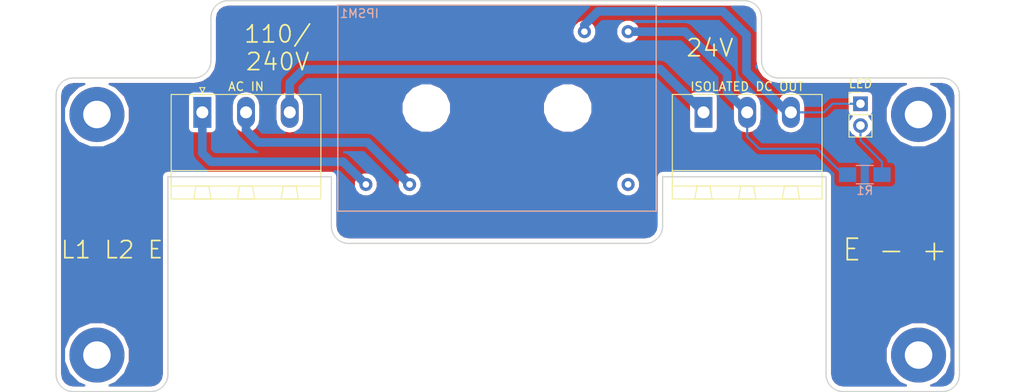
<source format=kicad_pcb>
(kicad_pcb (version 4) (host pcbnew 4.0.7)

  (general
    (links 0)
    (no_connects 0)
    (area 8.407143 14.924999 127.592858 60.575001)
    (thickness 1.6)
    (drawings 36)
    (tracks 34)
    (zones 0)
    (modules 9)
    (nets 1)
  )

  (page A4)
  (layers
    (0 F.Cu signal)
    (31 B.Cu signal)
    (32 B.Adhes user)
    (33 F.Adhes user)
    (34 B.Paste user)
    (35 F.Paste user)
    (36 B.SilkS user)
    (37 F.SilkS user)
    (38 B.Mask user)
    (39 F.Mask user)
    (40 Dwgs.User user)
    (41 Cmts.User user)
    (42 Eco1.User user)
    (43 Eco2.User user)
    (44 Edge.Cuts user)
    (45 Margin user)
    (46 B.CrtYd user)
    (47 F.CrtYd user)
    (48 B.Fab user)
    (49 F.Fab user)
  )

  (setup
    (last_trace_width 1)
    (user_trace_width 1)
    (trace_clearance 0.2)
    (zone_clearance 0.508)
    (zone_45_only no)
    (trace_min 0.2)
    (segment_width 0.2)
    (edge_width 0.15)
    (via_size 0.6)
    (via_drill 0.4)
    (via_min_size 0.4)
    (via_min_drill 0.3)
    (uvia_size 0.3)
    (uvia_drill 0.1)
    (uvias_allowed no)
    (uvia_min_size 0.2)
    (uvia_min_drill 0.1)
    (pcb_text_width 0.3)
    (pcb_text_size 1.5 1.5)
    (mod_edge_width 0.15)
    (mod_text_size 1 1)
    (mod_text_width 0.15)
    (pad_size 2.08 3.6)
    (pad_drill 1.4)
    (pad_to_mask_clearance 0.2)
    (aux_axis_origin 0 0)
    (grid_origin 13 62.5)
    (visible_elements 7FFFFFFF)
    (pcbplotparams
      (layerselection 0x010f0_80000001)
      (usegerberextensions false)
      (excludeedgelayer true)
      (linewidth 0.100000)
      (plotframeref false)
      (viasonmask false)
      (mode 1)
      (useauxorigin false)
      (hpglpennumber 1)
      (hpglpenspeed 20)
      (hpglpendiameter 15)
      (hpglpenoverlay 2)
      (psnegative false)
      (psa4output false)
      (plotreference true)
      (plotvalue true)
      (plotinvisibletext false)
      (padsonsilk false)
      (subtractmaskfromsilk false)
      (outputformat 1)
      (mirror false)
      (drillshape 0)
      (scaleselection 1)
      (outputdirectory GBRs/))
  )

  (net 0 "")

  (net_class Default "This is the default net class."
    (clearance 0.2)
    (trace_width 0.25)
    (via_dia 0.6)
    (via_drill 0.4)
    (uvia_dia 0.3)
    (uvia_drill 0.1)
  )

  (module Connectors_Phoenix:PhoenixContact_MSTBA-G_03x5.08mm_Angled (layer F.Cu) (tedit 5C18109C) (tstamp 5C17D97B)
    (at 90.25 28)
    (descr "Generic Phoenix Contact connector footprint for series: MSTBA-G; number of pins: 03; pin pitch: 5.08mm; Angled || order number: 1757255 12A || order number: 1923872 16A (HC)")
    (tags "phoenix_contact connector MSTBA_01x03_G_5.08mm")
    (fp_text reference "ISOLATED DC OUT" (at 5.08 -3) (layer F.SilkS)
      (effects (font (size 1 1) (thickness 0.15)))
    )
    (fp_text value PhoenixContact_MSTBA-G_03x5.08mm_Angled (at 5.08 11) (layer F.Fab)
      (effects (font (size 1 1) (thickness 0.15)))
    )
    (fp_line (start -3.62 -2.08) (end -3.62 10.08) (layer F.SilkS) (width 0.12))
    (fp_line (start -3.62 10.08) (end 13.78 10.08) (layer F.SilkS) (width 0.12))
    (fp_line (start 13.78 10.08) (end 13.78 -2.08) (layer F.SilkS) (width 0.12))
    (fp_line (start 13.78 -2.08) (end -3.62 -2.08) (layer F.SilkS) (width 0.12))
    (fp_line (start -3.62 8.58) (end -3.62 6.78) (layer F.SilkS) (width 0.12))
    (fp_line (start -3.62 6.78) (end 13.78 6.78) (layer F.SilkS) (width 0.12))
    (fp_line (start 13.78 6.78) (end 13.78 8.58) (layer F.SilkS) (width 0.12))
    (fp_line (start 13.78 8.58) (end -3.62 8.58) (layer F.SilkS) (width 0.12))
    (fp_line (start -1 10.08) (end 1 10.08) (layer F.SilkS) (width 0.12))
    (fp_line (start 1 10.08) (end 0.75 8.58) (layer F.SilkS) (width 0.12))
    (fp_line (start 0.75 8.58) (end -0.75 8.58) (layer F.SilkS) (width 0.12))
    (fp_line (start -0.75 8.58) (end -1 10.08) (layer F.SilkS) (width 0.12))
    (fp_line (start 4.08 10.08) (end 6.08 10.08) (layer F.SilkS) (width 0.12))
    (fp_line (start 6.08 10.08) (end 5.83 8.58) (layer F.SilkS) (width 0.12))
    (fp_line (start 5.83 8.58) (end 4.33 8.58) (layer F.SilkS) (width 0.12))
    (fp_line (start 4.33 8.58) (end 4.08 10.08) (layer F.SilkS) (width 0.12))
    (fp_line (start 9.16 10.08) (end 11.16 10.08) (layer F.SilkS) (width 0.12))
    (fp_line (start 11.16 10.08) (end 10.91 8.58) (layer F.SilkS) (width 0.12))
    (fp_line (start 10.91 8.58) (end 9.41 8.58) (layer F.SilkS) (width 0.12))
    (fp_line (start 9.41 8.58) (end 9.16 10.08) (layer F.SilkS) (width 0.12))
    (fp_line (start -4.04 -2.5) (end -4.04 10.5) (layer F.CrtYd) (width 0.05))
    (fp_line (start -4.04 10.5) (end 14.2 10.5) (layer F.CrtYd) (width 0.05))
    (fp_line (start 14.2 10.5) (end 14.2 -2.5) (layer F.CrtYd) (width 0.05))
    (fp_line (start 14.2 -2.5) (end -4.04 -2.5) (layer F.CrtYd) (width 0.05))
    (fp_line (start 0.95 -2) (end 0 -0.5) (layer F.Fab) (width 0.1))
    (fp_line (start 0 -0.5) (end -0.95 -2) (layer F.Fab) (width 0.1))
    (fp_text user %R (at 5.08 3) (layer F.Fab)
      (effects (font (size 1 1) (thickness 0.15)))
    )
    (pad 1 thru_hole rect (at 0 0) (size 2.08 3.6) (drill 1.4) (layers *.Cu *.Mask))
    (pad 2 thru_hole oval (at 5.08 0) (size 2.08 3.6) (drill 1.4) (layers *.Cu *.Mask))
    (pad 3 thru_hole oval (at 10.16 0) (size 2.08 3.6) (drill 1.4) (layers *.Cu *.Mask))
    (model ${KISYS3DMOD}/Connectors_Phoenix.3dshapes/PhoenixContact_MSTBA-G_03x5.08mm_Angled.wrl
      (at (xyz 0 0 0))
      (scale (xyz 1 1 1))
      (rotate (xyz 0 0 0))
    )
  )

  (module Connectors_Phoenix:PhoenixContact_MSTBA-G_03x5.08mm_Angled (layer F.Cu) (tedit 5C180FDC) (tstamp 5C17D951)
    (at 32 28)
    (descr "Generic Phoenix Contact connector footprint for series: MSTBA-G; number of pins: 03; pin pitch: 5.08mm; Angled || order number: 1757255 12A || order number: 1923872 16A (HC)")
    (tags "phoenix_contact connector MSTBA_01x03_G_5.08mm")
    (fp_text reference "AC IN" (at 5.08 -3) (layer F.SilkS)
      (effects (font (size 1 1) (thickness 0.15)))
    )
    (fp_text value PhoenixContact_MSTBA-G_03x5.08mm_Angled (at 5.08 11) (layer F.Fab)
      (effects (font (size 1 1) (thickness 0.15)))
    )
    (fp_line (start -3.62 -2.08) (end -3.62 10.08) (layer F.SilkS) (width 0.12))
    (fp_line (start -3.62 10.08) (end 13.78 10.08) (layer F.SilkS) (width 0.12))
    (fp_line (start 13.78 10.08) (end 13.78 -2.08) (layer F.SilkS) (width 0.12))
    (fp_line (start 13.78 -2.08) (end -3.62 -2.08) (layer F.SilkS) (width 0.12))
    (fp_line (start -3.62 8.58) (end -3.62 6.78) (layer F.SilkS) (width 0.12))
    (fp_line (start -3.62 6.78) (end 13.78 6.78) (layer F.SilkS) (width 0.12))
    (fp_line (start 13.78 6.78) (end 13.78 8.58) (layer F.SilkS) (width 0.12))
    (fp_line (start 13.78 8.58) (end -3.62 8.58) (layer F.SilkS) (width 0.12))
    (fp_line (start -1 10.08) (end 1 10.08) (layer F.SilkS) (width 0.12))
    (fp_line (start 1 10.08) (end 0.75 8.58) (layer F.SilkS) (width 0.12))
    (fp_line (start 0.75 8.58) (end -0.75 8.58) (layer F.SilkS) (width 0.12))
    (fp_line (start -0.75 8.58) (end -1 10.08) (layer F.SilkS) (width 0.12))
    (fp_line (start 4.08 10.08) (end 6.08 10.08) (layer F.SilkS) (width 0.12))
    (fp_line (start 6.08 10.08) (end 5.83 8.58) (layer F.SilkS) (width 0.12))
    (fp_line (start 5.83 8.58) (end 4.33 8.58) (layer F.SilkS) (width 0.12))
    (fp_line (start 4.33 8.58) (end 4.08 10.08) (layer F.SilkS) (width 0.12))
    (fp_line (start 9.16 10.08) (end 11.16 10.08) (layer F.SilkS) (width 0.12))
    (fp_line (start 11.16 10.08) (end 10.91 8.58) (layer F.SilkS) (width 0.12))
    (fp_line (start 10.91 8.58) (end 9.41 8.58) (layer F.SilkS) (width 0.12))
    (fp_line (start 9.41 8.58) (end 9.16 10.08) (layer F.SilkS) (width 0.12))
    (fp_line (start -4.04 -2.5) (end -4.04 10.5) (layer F.CrtYd) (width 0.05))
    (fp_line (start -4.04 10.5) (end 14.2 10.5) (layer F.CrtYd) (width 0.05))
    (fp_line (start 14.2 10.5) (end 14.2 -2.5) (layer F.CrtYd) (width 0.05))
    (fp_line (start 14.2 -2.5) (end -4.04 -2.5) (layer F.CrtYd) (width 0.05))
    (fp_line (start 0.3 -2.88) (end 0 -2.28) (layer F.SilkS) (width 0.12))
    (fp_line (start 0 -2.28) (end -0.3 -2.88) (layer F.SilkS) (width 0.12))
    (fp_line (start -0.3 -2.88) (end 0.3 -2.88) (layer F.SilkS) (width 0.12))
    (fp_line (start 0.95 -2) (end 0 -0.5) (layer F.Fab) (width 0.1))
    (fp_line (start 0 -0.5) (end -0.95 -2) (layer F.Fab) (width 0.1))
    (fp_text user %R (at 5.08 3) (layer F.Fab)
      (effects (font (size 1 1) (thickness 0.15)))
    )
    (pad 1 thru_hole rect (at 0 0) (size 2.08 3.6) (drill 1.4) (layers *.Cu *.Mask))
    (pad 2 thru_hole oval (at 5.08 0) (size 2.08 3.6) (drill 1.4) (layers *.Cu *.Mask))
    (pad 3 thru_hole oval (at 10.16 0) (size 2.08 3.6) (drill 1.4) (layers *.Cu *.Mask))
    (model ${KISYS3DMOD}/Connectors_Phoenix.3dshapes/PhoenixContact_MSTBA-G_03x5.08mm_Angled.wrl
      (at (xyz 0 0 0))
      (scale (xyz 1 1 1))
      (rotate (xyz 0 0 0))
    )
  )

  (module Mounting_Holes:MountingHole_3.2mm_M3_Pad (layer F.Cu) (tedit 5C180F82) (tstamp 5C17FB32)
    (at 19.75 56.25)
    (descr "Mounting Hole 3.2mm, M3")
    (tags "mounting hole 3.2mm m3")
    (attr virtual)
    (fp_text reference REF** (at 0 -4.2) (layer F.SilkS) hide
      (effects (font (size 1 1) (thickness 0.15)))
    )
    (fp_text value MountingHole_3.2mm_M3_Pad (at 5.25 -7.5) (layer F.Fab)
      (effects (font (size 1 1) (thickness 0.15)))
    )
    (fp_text user %R (at 0.3 0) (layer F.Fab)
      (effects (font (size 1 1) (thickness 0.15)))
    )
    (fp_circle (center 0 0) (end 3.2 0) (layer Cmts.User) (width 0.15))
    (fp_circle (center 0 0) (end 3.45 0) (layer F.CrtYd) (width 0.05))
    (pad 1 thru_hole circle (at 0 0) (size 6.4 6.4) (drill 3.2) (layers *.Cu *.Mask))
  )

  (module Mounting_Holes:MountingHole_3.2mm_M3_Pad (layer F.Cu) (tedit 5C180F85) (tstamp 5C17FB24)
    (at 19.75 28.25)
    (descr "Mounting Hole 3.2mm, M3")
    (tags "mounting hole 3.2mm m3")
    (attr virtual)
    (fp_text reference REF** (at 0 -4.2) (layer F.SilkS) hide
      (effects (font (size 1 1) (thickness 0.15)))
    )
    (fp_text value MountingHole_3.2mm_M3_Pad (at 0 4.2) (layer F.Fab)
      (effects (font (size 1 1) (thickness 0.15)))
    )
    (fp_text user %R (at 0.3 0) (layer F.Fab)
      (effects (font (size 1 1) (thickness 0.15)))
    )
    (fp_circle (center 0 0) (end 3.2 0) (layer Cmts.User) (width 0.15))
    (fp_circle (center 0 0) (end 3.45 0) (layer F.CrtYd) (width 0.05))
    (pad 1 thru_hole circle (at 0 0) (size 6.4 6.4) (drill 3.2) (layers *.Cu *.Mask))
  )

  (module Mounting_Holes:MountingHole_3.2mm_M3_Pad (layer F.Cu) (tedit 5C180F7E) (tstamp 5C17FAF6)
    (at 115.25 56.25)
    (descr "Mounting Hole 3.2mm, M3")
    (tags "mounting hole 3.2mm m3")
    (attr virtual)
    (fp_text reference REF** (at 0 -4.2) (layer F.SilkS) hide
      (effects (font (size 1 1) (thickness 0.15)))
    )
    (fp_text value MountingHole_3.2mm_M3_Pad (at 1 -7.5) (layer F.Fab)
      (effects (font (size 1 1) (thickness 0.15)))
    )
    (fp_text user %R (at 0.3 0) (layer F.Fab)
      (effects (font (size 1 1) (thickness 0.15)))
    )
    (fp_circle (center 0 0) (end 3.2 0) (layer Cmts.User) (width 0.15))
    (fp_circle (center 0 0) (end 3.45 0) (layer F.CrtYd) (width 0.05))
    (pad 1 thru_hole circle (at 0 0) (size 6.4 6.4) (drill 3.2) (layers *.Cu *.Mask))
  )

  (module IRM-03 (layer B.Cu) (tedit 5C1A62D3) (tstamp 5C17D8C4)
    (at 47.75 15.5)
    (fp_text reference IPSM1 (at 2.5 1) (layer B.SilkS)
      (effects (font (size 1 1) (thickness 0.15)) (justify mirror))
    )
    (fp_text value IRM-03 (at 2.66 24.9) (layer B.Fab)
      (effects (font (size 1 1) (thickness 0.15)) (justify mirror))
    )
    (fp_line (start 0 0) (end 0 24) (layer B.SilkS) (width 0.15))
    (fp_line (start 0 24) (end 37 24) (layer B.SilkS) (width 0.15))
    (fp_line (start 37 24) (end 37 0) (layer B.SilkS) (width 0.15))
    (fp_line (start 37 0) (end 0 0) (layer B.SilkS) (width 0.15))
    (pad 4 thru_hole circle (at 28.66 3.11) (size 1.524 1.524) (drill 0.762) (layers *.Cu *.Mask))
    (pad 1 thru_hole circle (at 3.26 20.89) (size 1.524 1.524) (drill 0.762) (layers *.Cu *.Mask))
    (pad 2 thru_hole circle (at 8.34 20.89) (size 1.524 1.524) (drill 0.762) (layers *.Cu *.Mask))
    (pad 3 thru_hole circle (at 33.74 20.89) (size 1.524 1.524) (drill 0.762) (layers *.Cu *.Mask))
    (pad "" np_thru_hole circle (at 10.28 12) (size 4.5 4.5) (drill 4.5) (layers *.Cu *.Mask))
    (pad "" np_thru_hole circle (at 26.72 12) (size 4.5 4.5) (drill 4.5) (layers *.Cu *.Mask))
    (pad 5 thru_hole circle (at 33.74 3.11) (size 1.524 1.524) (drill 0.762) (layers *.Cu *.Mask))
  )

  (module Pin_Headers:Pin_Header_Straight_1x02_Pitch2.54mm (layer F.Cu) (tedit 5C180F77) (tstamp 5C17D933)
    (at 108.5 27)
    (descr "Through hole straight pin header, 1x02, 2.54mm pitch, single row")
    (tags "Through hole pin header THT 1x02 2.54mm single row")
    (fp_text reference LED (at 0 -2.33) (layer F.SilkS)
      (effects (font (size 1 1) (thickness 0.15)))
    )
    (fp_text value Pin_Header_Straight_1x02_Pitch2.54mm (at 0 4.87) (layer F.Fab)
      (effects (font (size 1 1) (thickness 0.15)))
    )
    (fp_line (start -0.635 -1.27) (end 1.27 -1.27) (layer F.Fab) (width 0.1))
    (fp_line (start 1.27 -1.27) (end 1.27 3.81) (layer F.Fab) (width 0.1))
    (fp_line (start 1.27 3.81) (end -1.27 3.81) (layer F.Fab) (width 0.1))
    (fp_line (start -1.27 3.81) (end -1.27 -0.635) (layer F.Fab) (width 0.1))
    (fp_line (start -1.27 -0.635) (end -0.635 -1.27) (layer F.Fab) (width 0.1))
    (fp_line (start -1.33 3.87) (end 1.33 3.87) (layer F.SilkS) (width 0.12))
    (fp_line (start -1.33 1.27) (end -1.33 3.87) (layer F.SilkS) (width 0.12))
    (fp_line (start 1.33 1.27) (end 1.33 3.87) (layer F.SilkS) (width 0.12))
    (fp_line (start -1.33 1.27) (end 1.33 1.27) (layer F.SilkS) (width 0.12))
    (fp_line (start -1.33 0) (end -1.33 -1.33) (layer F.SilkS) (width 0.12))
    (fp_line (start -1.33 -1.33) (end 0 -1.33) (layer F.SilkS) (width 0.12))
    (fp_line (start -1.8 -1.8) (end -1.8 4.35) (layer F.CrtYd) (width 0.05))
    (fp_line (start -1.8 4.35) (end 1.8 4.35) (layer F.CrtYd) (width 0.05))
    (fp_line (start 1.8 4.35) (end 1.8 -1.8) (layer F.CrtYd) (width 0.05))
    (fp_line (start 1.8 -1.8) (end -1.8 -1.8) (layer F.CrtYd) (width 0.05))
    (fp_text user %R (at 0 1.27 90) (layer F.Fab)
      (effects (font (size 1 1) (thickness 0.15)))
    )
    (pad 1 thru_hole rect (at 0 0) (size 1.7 1.7) (drill 1) (layers *.Cu *.Mask))
    (pad 2 thru_hole oval (at 0 2.54) (size 1.7 1.7) (drill 1) (layers *.Cu *.Mask))
    (model ${KISYS3DMOD}/Pin_Headers.3dshapes/Pin_Header_Straight_1x02_Pitch2.54mm.wrl
      (at (xyz 0 0 0))
      (scale (xyz 1 1 1))
      (rotate (xyz 0 0 0))
    )
  )

  (module Resistors_SMD:R_1206_HandSoldering (layer B.Cu) (tedit 5C1A64B2) (tstamp 5C17D9A4)
    (at 109 35.25)
    (descr "Resistor SMD 1206, hand soldering")
    (tags "resistor 1206")
    (attr smd)
    (fp_text reference R1 (at 0 1.85) (layer B.SilkS)
      (effects (font (size 1 1) (thickness 0.15)) (justify mirror))
    )
    (fp_text value R_1206_HandSoldering (at 0.2 -2.3) (layer B.Fab)
      (effects (font (size 1 1) (thickness 0.15)) (justify mirror))
    )
    (fp_text user %R (at 0 0) (layer B.Fab)
      (effects (font (size 0.7 0.7) (thickness 0.105)) (justify mirror))
    )
    (fp_line (start -1.6 -0.8) (end -1.6 0.8) (layer B.Fab) (width 0.1))
    (fp_line (start 1.6 -0.8) (end -1.6 -0.8) (layer B.Fab) (width 0.1))
    (fp_line (start 1.6 0.8) (end 1.6 -0.8) (layer B.Fab) (width 0.1))
    (fp_line (start -1.6 0.8) (end 1.6 0.8) (layer B.Fab) (width 0.1))
    (fp_line (start 1 -1.07) (end -1 -1.07) (layer B.SilkS) (width 0.12))
    (fp_line (start -1 1.07) (end 1 1.07) (layer B.SilkS) (width 0.12))
    (fp_line (start -3.25 1.11) (end 3.25 1.11) (layer B.CrtYd) (width 0.05))
    (fp_line (start -3.25 1.11) (end -3.25 -1.1) (layer B.CrtYd) (width 0.05))
    (fp_line (start 3.25 -1.1) (end 3.25 1.11) (layer B.CrtYd) (width 0.05))
    (fp_line (start 3.25 -1.1) (end -3.25 -1.1) (layer B.CrtYd) (width 0.05))
    (pad 1 smd rect (at -2 0) (size 2 1.7) (layers B.Cu B.Paste B.Mask))
    (pad 2 smd rect (at 2 0) (size 2 1.7) (layers B.Cu B.Paste B.Mask))
    (model ${KISYS3DMOD}/Resistors_SMD.3dshapes/R_1206.wrl
      (at (xyz 0 0 0))
      (scale (xyz 1 1 1))
      (rotate (xyz 0 0 0))
    )
  )

  (module Mounting_Holes:MountingHole_3.2mm_M3_Pad (layer F.Cu) (tedit 5C180F7B) (tstamp 5C17FAB4)
    (at 115.25 28.25)
    (descr "Mounting Hole 3.2mm, M3")
    (tags "mounting hole 3.2mm m3")
    (attr virtual)
    (fp_text reference REF** (at 0 -4.2) (layer F.SilkS) hide
      (effects (font (size 1 1) (thickness 0.15)))
    )
    (fp_text value MountingHole_3.2mm_M3_Pad (at 0 4.2) (layer F.Fab)
      (effects (font (size 1 1) (thickness 0.15)))
    )
    (fp_text user %R (at 0.3 0) (layer F.Fab)
      (effects (font (size 1 1) (thickness 0.15)))
    )
    (fp_circle (center 0 0) (end 3.2 0) (layer Cmts.User) (width 0.15))
    (fp_circle (center 0 0) (end 3.45 0) (layer F.CrtYd) (width 0.05))
    (pad 1 thru_hole circle (at 0 0) (size 6.4 6.4) (drill 3.2) (layers *.Cu *.Mask))
  )

  (gr_text "110/\n240V" (at 40.75 20.5) (layer F.SilkS)
    (effects (font (size 2 2) (thickness 0.2)))
  )
  (gr_text 24V (at 91 20.5) (layer F.SilkS)
    (effects (font (size 2 2) (thickness 0.2)))
  )
  (gr_text "L1 L2 E" (at 21.5 44) (layer F.SilkS)
    (effects (font (size 2 2) (thickness 0.2)))
  )
  (gr_text "E - +" (at 112.5 44) (layer F.SilkS)
    (effects (font (size 2.5 2.5) (thickness 0.2)))
  )
  (gr_line (start 120 58.5) (end 120 26) (angle 90) (layer Edge.Cuts) (width 0.15))
  (gr_line (start 106.5 60.5) (end 118 60.5) (angle 90) (layer Edge.Cuts) (width 0.15))
  (gr_line (start 104.5 35.5) (end 104.5 58.5) (angle 90) (layer Edge.Cuts) (width 0.15))
  (gr_line (start 85.5 35.5) (end 85.5 41.25) (angle 90) (layer Edge.Cuts) (width 0.15))
  (gr_line (start 49 43.25) (end 83.5 43.25) (angle 90) (layer Edge.Cuts) (width 0.15))
  (gr_line (start 47 35.5) (end 47 41.25) (angle 90) (layer Edge.Cuts) (width 0.15))
  (gr_line (start 28 58.5) (end 28 35.5) (angle 90) (layer Edge.Cuts) (width 0.15))
  (gr_line (start 17 60.5) (end 26 60.5) (angle 90) (layer Edge.Cuts) (width 0.15))
  (gr_line (start 15 58.5) (end 15 26) (angle 90) (layer Edge.Cuts) (width 0.15))
  (gr_arc (start 118 58.5) (end 120 58.5) (angle 90) (layer Edge.Cuts) (width 0.15))
  (gr_arc (start 106.5 58.5) (end 106.5 60.5) (angle 90) (layer Edge.Cuts) (width 0.15))
  (gr_arc (start 83.5 41.25) (end 85.5 41.25) (angle 90) (layer Edge.Cuts) (width 0.15))
  (gr_arc (start 49 41.25) (end 49 43.25) (angle 90) (layer Edge.Cuts) (width 0.15))
  (gr_line (start 30.25 35.5) (end 28 35.5) (angle 90) (layer Edge.Cuts) (width 0.15))
  (gr_arc (start 26 58.5) (end 28 58.5) (angle 90) (layer Edge.Cuts) (width 0.15))
  (gr_arc (start 17 58.5) (end 17 60.5) (angle 90) (layer Edge.Cuts) (width 0.15))
  (gr_arc (start 17 26) (end 15 26) (angle 90) (layer Edge.Cuts) (width 0.15))
  (gr_line (start 85.5 35.5) (end 104.5 35.5) (angle 90) (layer Edge.Cuts) (width 0.15))
  (gr_line (start 41.75 35.5) (end 47 35.5) (angle 90) (layer Edge.Cuts) (width 0.15))
  (gr_line (start 30.25 35.5) (end 41.75 35.5) (angle 90) (layer Edge.Cuts) (width 0.15))
  (gr_line (start 99 24) (end 99.25 24) (angle 90) (layer Edge.Cuts) (width 0.15))
  (gr_line (start 97 22) (end 97 17) (angle 90) (layer Edge.Cuts) (width 0.15))
  (gr_arc (start 99 22) (end 99 24) (angle 90) (layer Edge.Cuts) (width 0.15))
  (gr_line (start 99.25 24) (end 118 24) (angle 90) (layer Edge.Cuts) (width 0.15))
  (gr_line (start 94.75 15) (end 95 15) (angle 90) (layer Edge.Cuts) (width 0.15))
  (gr_arc (start 95 17) (end 95 15) (angle 90) (layer Edge.Cuts) (width 0.15))
  (gr_line (start 35 15) (end 94.75 15) (angle 90) (layer Edge.Cuts) (width 0.15))
  (gr_line (start 33 22) (end 33 17) (angle 90) (layer Edge.Cuts) (width 0.15))
  (gr_line (start 17 24) (end 31 24) (angle 90) (layer Edge.Cuts) (width 0.15))
  (gr_arc (start 118 26) (end 118 24) (angle 90) (layer Edge.Cuts) (width 0.15))
  (gr_arc (start 35 17) (end 33 17) (angle 90) (layer Edge.Cuts) (width 0.15))
  (gr_arc (start 31 22) (end 33 22) (angle 90) (layer Edge.Cuts) (width 0.15))

  (segment (start 81.49 18.61) (end 88.11 18.61) (width 1) (layer B.Cu) (net 0) (status 400000))
  (segment (start 93 25.67) (end 95.33 28) (width 1) (layer B.Cu) (net 0) (tstamp 5C1A678B) (status 800000))
  (segment (start 93 23.5) (end 93 25.67) (width 1) (layer B.Cu) (net 0) (tstamp 5C1A678A))
  (segment (start 88.11 18.61) (end 93 23.5) (width 1) (layer B.Cu) (net 0) (tstamp 5C1A6787))
  (segment (start 76.41 18.61) (end 76.41 17.84) (width 1) (layer B.Cu) (net 0) (status 400000))
  (segment (start 95.25 23.25) (end 100 28) (width 1) (layer B.Cu) (net 0) (tstamp 5C1A6780) (status 800000))
  (segment (start 95.25 19) (end 95.25 23.25) (width 1) (layer B.Cu) (net 0) (tstamp 5C1A677E))
  (segment (start 92.5 16.25) (end 95.25 19) (width 1) (layer B.Cu) (net 0) (tstamp 5C1A677C))
  (segment (start 78 16.25) (end 92.5 16.25) (width 1) (layer B.Cu) (net 0) (tstamp 5C1A6779))
  (segment (start 76.41 17.84) (end 78 16.25) (width 1) (layer B.Cu) (net 0) (tstamp 5C1A6777))
  (segment (start 100 28) (end 100.41 28) (width 1) (layer B.Cu) (net 0) (tstamp 5C1A6782) (status C00000))
  (segment (start 42.16 28) (end 42.16 24.59) (width 1) (layer B.Cu) (net 0))
  (segment (start 85.25 23) (end 90.25 28) (width 1) (layer B.Cu) (net 0) (tstamp 5C1A6368))
  (segment (start 43.75 23) (end 85.25 23) (width 1) (layer B.Cu) (net 0) (tstamp 5C1A6365))
  (segment (start 42.16 24.59) (end 43.75 23) (width 1) (layer B.Cu) (net 0) (tstamp 5C1A6363))
  (segment (start 37.08 28) (end 37.08 30.08) (width 1) (layer B.Cu) (net 0))
  (segment (start 51.2 31.5) (end 56.09 36.39) (width 1) (layer B.Cu) (net 0) (tstamp 5C1A6326))
  (segment (start 38.5 31.5) (end 51.2 31.5) (width 1) (layer B.Cu) (net 0) (tstamp 5C1A6325))
  (segment (start 37.08 30.08) (end 38.5 31.5) (width 1) (layer B.Cu) (net 0) (tstamp 5C1A6324))
  (segment (start 32 28) (end 32 32.75) (width 1) (layer B.Cu) (net 0))
  (segment (start 48.37 33.75) (end 51.01 36.39) (width 1) (layer B.Cu) (net 0) (tstamp 5C1A6320))
  (segment (start 33 33.75) (end 48.37 33.75) (width 1) (layer B.Cu) (net 0) (tstamp 5C1A631F))
  (segment (start 32 32.75) (end 33 33.75) (width 1) (layer B.Cu) (net 0) (tstamp 5C1A631E))
  (segment (start 107 35.25) (end 106.5 35.25) (width 0.25) (layer B.Cu) (net 0))
  (segment (start 106.5 35.25) (end 103.5 32.25) (width 0.25) (layer B.Cu) (net 0) (tstamp 5C180E7F))
  (segment (start 103.5 32.25) (end 96.75 32.25) (width 0.25) (layer B.Cu) (net 0) (tstamp 5C180E80))
  (segment (start 96.75 32.25) (end 95.33 30.83) (width 0.25) (layer B.Cu) (net 0) (tstamp 5C180E82))
  (segment (start 95.33 30.83) (end 95.33 28) (width 0.25) (layer B.Cu) (net 0) (tstamp 5C180E84))
  (segment (start 108.5 29.54) (end 108.5 31.25) (width 0.25) (layer B.Cu) (net 0))
  (segment (start 111 33.75) (end 111 35.25) (width 0.25) (layer B.Cu) (net 0) (tstamp 5C180E7B))
  (segment (start 108.5 31.25) (end 111 33.75) (width 0.25) (layer B.Cu) (net 0) (tstamp 5C180E79))
  (segment (start 100.41 28) (end 104.25 28) (width 0.25) (layer B.Cu) (net 0))
  (segment (start 105.25 27) (end 108.5 27) (width 0.25) (layer B.Cu) (net 0) (tstamp 5C180E75))
  (segment (start 104.25 28) (end 105.25 27) (width 0.25) (layer B.Cu) (net 0) (tstamp 5C180E73))

  (zone (net 0) (net_name "") (layer B.Cu) (tstamp 5C1A63C2) (hatch edge 0.508)
    (connect_pads yes (clearance 0.508))
    (min_thickness 0.254)
    (fill yes (arc_segments 16) (thermal_gap 0.508) (thermal_bridge_width 0.508) (smoothing fillet) (radius 2))
    (polygon
      (pts
        (xy 97 24) (xy 120 24) (xy 120 60.5) (xy 104.5 60.5) (xy 104.5 35.5)
        (xy 85.5 35.5) (xy 85.5 43.25) (xy 47 43.25) (xy 47 35.5) (xy 28 35.5)
        (xy 28 60.5) (xy 15 60.5) (xy 15 24) (xy 33 24) (xy 33 15)
        (xy 97 15)
      )
    )
    (filled_polygon
      (pts
        (xy 75.607434 17.037434) (xy 75.361397 17.405654) (xy 75.292601 17.751516) (xy 75.226371 17.81763) (xy 75.013243 18.3309)
        (xy 75.012758 18.886661) (xy 75.22499 19.400303) (xy 75.61763 19.793629) (xy 76.1309 20.006757) (xy 76.686661 20.007242)
        (xy 77.200303 19.79501) (xy 77.593629 19.40237) (xy 77.806757 18.8891) (xy 77.807242 18.333339) (xy 77.723782 18.13135)
        (xy 78.470133 17.385) (xy 80.79648 17.385) (xy 80.699697 17.42499) (xy 80.306371 17.81763) (xy 80.093243 18.3309)
        (xy 80.092758 18.886661) (xy 80.30499 19.400303) (xy 80.69763 19.793629) (xy 81.2109 20.006757) (xy 81.766661 20.007242)
        (xy 82.280303 19.79501) (xy 82.3304 19.745) (xy 87.639868 19.745) (xy 91.865 23.970132) (xy 91.865 25.67)
        (xy 91.951397 26.104346) (xy 92.080694 26.297852) (xy 92.197434 26.472566) (xy 93.655 27.930132) (xy 93.655 28.807704)
        (xy 93.782502 29.448699) (xy 94.145596 29.992108) (xy 94.57 30.275685) (xy 94.57 30.83) (xy 94.627852 31.120839)
        (xy 94.792599 31.367401) (xy 96.212599 32.787401) (xy 96.45916 32.952148) (xy 96.75 33.01) (xy 103.185198 33.01)
        (xy 105.35256 35.177362) (xy 105.35256 36.1) (xy 105.396838 36.335317) (xy 105.53591 36.551441) (xy 105.74811 36.696431)
        (xy 106 36.74744) (xy 108 36.74744) (xy 108.235317 36.703162) (xy 108.451441 36.56409) (xy 108.596431 36.35189)
        (xy 108.64744 36.1) (xy 108.64744 34.4) (xy 108.603162 34.164683) (xy 108.46409 33.948559) (xy 108.25189 33.803569)
        (xy 108 33.75256) (xy 106.077362 33.75256) (xy 104.037401 31.712599) (xy 103.790839 31.547852) (xy 103.5 31.49)
        (xy 97.064802 31.49) (xy 96.09 30.515198) (xy 96.09 30.275685) (xy 96.514404 29.992108) (xy 96.877498 29.448699)
        (xy 97.005 28.807704) (xy 97.005 27.192296) (xy 96.877498 26.551301) (xy 96.739218 26.34435) (xy 98.735 28.340132)
        (xy 98.735 28.807704) (xy 98.862502 29.448699) (xy 99.225596 29.992108) (xy 99.769005 30.355202) (xy 100.41 30.482704)
        (xy 101.050995 30.355202) (xy 101.594404 29.992108) (xy 101.957498 29.448699) (xy 102.085 28.807704) (xy 102.085 28.76)
        (xy 104.25 28.76) (xy 104.540839 28.702148) (xy 104.787401 28.537401) (xy 105.564802 27.76) (xy 107.00256 27.76)
        (xy 107.00256 27.85) (xy 107.046838 28.085317) (xy 107.18591 28.301441) (xy 107.39811 28.446431) (xy 107.465541 28.460086)
        (xy 107.420853 28.489946) (xy 107.098946 28.971715) (xy 106.985907 29.54) (xy 107.098946 30.108285) (xy 107.420853 30.590054)
        (xy 107.74 30.803301) (xy 107.74 31.25) (xy 107.797852 31.540839) (xy 107.962599 31.787401) (xy 109.939199 33.764001)
        (xy 109.764683 33.796838) (xy 109.548559 33.93591) (xy 109.403569 34.14811) (xy 109.35256 34.4) (xy 109.35256 36.1)
        (xy 109.396838 36.335317) (xy 109.53591 36.551441) (xy 109.74811 36.696431) (xy 110 36.74744) (xy 112 36.74744)
        (xy 112.235317 36.703162) (xy 112.451441 36.56409) (xy 112.596431 36.35189) (xy 112.64744 36.1) (xy 112.64744 34.4)
        (xy 112.603162 34.164683) (xy 112.46409 33.948559) (xy 112.25189 33.803569) (xy 112 33.75256) (xy 111.76 33.75256)
        (xy 111.76 33.75) (xy 111.702148 33.459161) (xy 111.537401 33.212599) (xy 109.26 30.935198) (xy 109.26 30.803301)
        (xy 109.579147 30.590054) (xy 109.901054 30.108285) (xy 110.014093 29.54) (xy 109.901054 28.971715) (xy 109.579147 28.489946)
        (xy 109.537548 28.46215) (xy 109.585317 28.453162) (xy 109.801441 28.31409) (xy 109.946431 28.10189) (xy 109.99744 27.85)
        (xy 109.99744 26.15) (xy 109.953162 25.914683) (xy 109.81409 25.698559) (xy 109.60189 25.553569) (xy 109.35 25.50256)
        (xy 107.65 25.50256) (xy 107.414683 25.546838) (xy 107.198559 25.68591) (xy 107.053569 25.89811) (xy 107.00256 26.15)
        (xy 107.00256 26.24) (xy 105.25 26.24) (xy 104.959161 26.297852) (xy 104.712599 26.462599) (xy 103.935198 27.24)
        (xy 102.085 27.24) (xy 102.085 27.192296) (xy 101.957498 26.551301) (xy 101.594404 26.007892) (xy 101.050995 25.644798)
        (xy 100.41 25.517296) (xy 99.769005 25.644798) (xy 99.457842 25.85271) (xy 98.162441 24.557309) (xy 98.861485 24.696357)
        (xy 98.931413 24.696357) (xy 99 24.71) (xy 113.774957 24.71) (xy 113.080485 24.99695) (xy 112.000741 26.074811)
        (xy 111.415667 27.483825) (xy 111.414336 29.009482) (xy 111.99695 30.419515) (xy 113.074811 31.499259) (xy 114.483825 32.084333)
        (xy 116.009482 32.085664) (xy 117.419515 31.50305) (xy 118.499259 30.425189) (xy 119.084333 29.016175) (xy 119.085664 27.490518)
        (xy 118.50305 26.080485) (xy 117.425189 25.000741) (xy 116.725007 24.71) (xy 117.930069 24.71) (xy 118.488338 24.821046)
        (xy 118.902333 25.097669) (xy 119.178953 25.51166) (xy 119.29 26.069931) (xy 119.29 58.430069) (xy 119.178953 58.98834)
        (xy 118.902333 59.402331) (xy 118.488338 59.678954) (xy 117.930069 59.79) (xy 116.725043 59.79) (xy 117.419515 59.50305)
        (xy 118.499259 58.425189) (xy 119.084333 57.016175) (xy 119.085664 55.490518) (xy 118.50305 54.080485) (xy 117.425189 53.000741)
        (xy 116.016175 52.415667) (xy 114.490518 52.414336) (xy 113.080485 52.99695) (xy 112.000741 54.074811) (xy 111.415667 55.483825)
        (xy 111.414336 57.009482) (xy 111.99695 58.419515) (xy 113.074811 59.499259) (xy 113.774993 59.79) (xy 106.569931 59.79)
        (xy 106.01166 59.678953) (xy 105.597669 59.402333) (xy 105.321046 58.988338) (xy 105.21 58.430069) (xy 105.21 35.5)
        (xy 105.155954 35.228295) (xy 105.002046 34.997954) (xy 104.771705 34.844046) (xy 104.5 34.79) (xy 85.5 34.79)
        (xy 85.228295 34.844046) (xy 84.997954 34.997954) (xy 84.844046 35.228295) (xy 84.79 35.5) (xy 84.79 41.180069)
        (xy 84.678953 41.73834) (xy 84.402333 42.152331) (xy 83.988338 42.428954) (xy 83.430069 42.54) (xy 49.069931 42.54)
        (xy 48.51166 42.428953) (xy 48.097669 42.152333) (xy 47.821046 41.738338) (xy 47.71 41.180069) (xy 47.71 35.5)
        (xy 47.655954 35.228295) (xy 47.502046 34.997954) (xy 47.332997 34.885) (xy 47.899868 34.885) (xy 49.612818 36.59795)
        (xy 49.612758 36.666661) (xy 49.82499 37.180303) (xy 50.21763 37.573629) (xy 50.7309 37.786757) (xy 51.286661 37.787242)
        (xy 51.800303 37.57501) (xy 52.193629 37.18237) (xy 52.406757 36.6691) (xy 52.407242 36.113339) (xy 52.19501 35.599697)
        (xy 51.80237 35.206371) (xy 51.2891 34.993243) (xy 51.218313 34.993181) (xy 49.172566 32.947434) (xy 48.804346 32.701397)
        (xy 48.470547 32.635) (xy 50.729868 32.635) (xy 54.692818 36.59795) (xy 54.692758 36.666661) (xy 54.90499 37.180303)
        (xy 55.29763 37.573629) (xy 55.8109 37.786757) (xy 56.366661 37.787242) (xy 56.880303 37.57501) (xy 57.273629 37.18237)
        (xy 57.486757 36.6691) (xy 57.486759 36.666661) (xy 80.092758 36.666661) (xy 80.30499 37.180303) (xy 80.69763 37.573629)
        (xy 81.2109 37.786757) (xy 81.766661 37.787242) (xy 82.280303 37.57501) (xy 82.673629 37.18237) (xy 82.886757 36.6691)
        (xy 82.887242 36.113339) (xy 82.67501 35.599697) (xy 82.28237 35.206371) (xy 81.7691 34.993243) (xy 81.213339 34.992758)
        (xy 80.699697 35.20499) (xy 80.306371 35.59763) (xy 80.093243 36.1109) (xy 80.092758 36.666661) (xy 57.486759 36.666661)
        (xy 57.487242 36.113339) (xy 57.27501 35.599697) (xy 56.88237 35.206371) (xy 56.3691 34.993243) (xy 56.298313 34.993181)
        (xy 52.002566 30.697434) (xy 51.634346 30.451397) (xy 51.2 30.365) (xy 42.751737 30.365) (xy 42.800995 30.355202)
        (xy 43.344404 29.992108) (xy 43.707498 29.448699) (xy 43.835 28.807704) (xy 43.835 28.071344) (xy 55.144501 28.071344)
        (xy 55.58279 29.132086) (xy 56.393645 29.944357) (xy 57.45362 30.384498) (xy 58.601344 30.385499) (xy 59.662086 29.94721)
        (xy 60.474357 29.136355) (xy 60.914498 28.07638) (xy 60.914502 28.071344) (xy 71.584501 28.071344) (xy 72.02279 29.132086)
        (xy 72.833645 29.944357) (xy 73.89362 30.384498) (xy 75.041344 30.385499) (xy 76.102086 29.94721) (xy 76.914357 29.136355)
        (xy 77.354498 28.07638) (xy 77.355499 26.928656) (xy 76.91721 25.867914) (xy 76.106355 25.055643) (xy 75.04638 24.615502)
        (xy 73.898656 24.614501) (xy 72.837914 25.05279) (xy 72.025643 25.863645) (xy 71.585502 26.92362) (xy 71.584501 28.071344)
        (xy 60.914502 28.071344) (xy 60.915499 26.928656) (xy 60.47721 25.867914) (xy 59.666355 25.055643) (xy 58.60638 24.615502)
        (xy 57.458656 24.614501) (xy 56.397914 25.05279) (xy 55.585643 25.863645) (xy 55.145502 26.92362) (xy 55.144501 28.071344)
        (xy 43.835 28.071344) (xy 43.835 27.192296) (xy 43.707498 26.551301) (xy 43.344404 26.007892) (xy 43.295 25.974881)
        (xy 43.295 25.060132) (xy 44.220133 24.135) (xy 84.779868 24.135) (xy 88.56256 27.917692) (xy 88.56256 29.8)
        (xy 88.606838 30.035317) (xy 88.74591 30.251441) (xy 88.95811 30.396431) (xy 89.21 30.44744) (xy 91.29 30.44744)
        (xy 91.525317 30.403162) (xy 91.741441 30.26409) (xy 91.886431 30.05189) (xy 91.93744 29.8) (xy 91.93744 26.2)
        (xy 91.893162 25.964683) (xy 91.75409 25.748559) (xy 91.54189 25.603569) (xy 91.29 25.55256) (xy 89.407692 25.55256)
        (xy 86.052566 22.197434) (xy 86.019026 22.175023) (xy 85.684346 21.951397) (xy 85.25 21.865) (xy 43.75 21.865)
        (xy 43.315655 21.951396) (xy 42.947434 22.197433) (xy 41.357434 23.787434) (xy 41.111397 24.155654) (xy 41.025 24.59)
        (xy 41.025 25.974881) (xy 40.975596 26.007892) (xy 40.612502 26.551301) (xy 40.485 27.192296) (xy 40.485 28.807704)
        (xy 40.612502 29.448699) (xy 40.975596 29.992108) (xy 41.519005 30.355202) (xy 41.568263 30.365) (xy 38.970132 30.365)
        (xy 38.397719 29.792587) (xy 38.627498 29.448699) (xy 38.755 28.807704) (xy 38.755 27.192296) (xy 38.627498 26.551301)
        (xy 38.264404 26.007892) (xy 37.720995 25.644798) (xy 37.08 25.517296) (xy 36.439005 25.644798) (xy 35.895596 26.007892)
        (xy 35.532502 26.551301) (xy 35.405 27.192296) (xy 35.405 28.807704) (xy 35.532502 29.448699) (xy 35.895596 29.992108)
        (xy 35.945 30.025119) (xy 35.945 30.08) (xy 36.031397 30.514346) (xy 36.277434 30.882566) (xy 37.697434 32.302566)
        (xy 38.065654 32.548603) (xy 38.399453 32.615) (xy 33.470133 32.615) (xy 33.135 32.279868) (xy 33.135 30.429564)
        (xy 33.275317 30.403162) (xy 33.491441 30.26409) (xy 33.636431 30.05189) (xy 33.68744 29.8) (xy 33.68744 26.2)
        (xy 33.643162 25.964683) (xy 33.50409 25.748559) (xy 33.29189 25.603569) (xy 33.04 25.55256) (xy 30.96 25.55256)
        (xy 30.724683 25.596838) (xy 30.508559 25.73591) (xy 30.363569 25.94811) (xy 30.31256 26.2) (xy 30.31256 29.8)
        (xy 30.356838 30.035317) (xy 30.49591 30.251441) (xy 30.70811 30.396431) (xy 30.865 30.428202) (xy 30.865 32.75)
        (xy 30.951397 33.184346) (xy 31.039135 33.315655) (xy 31.197434 33.552566) (xy 32.197434 34.552567) (xy 32.552778 34.79)
        (xy 28 34.79) (xy 27.728295 34.844046) (xy 27.497954 34.997954) (xy 27.344046 35.228295) (xy 27.29 35.5)
        (xy 27.29 58.430069) (xy 27.178953 58.98834) (xy 26.902333 59.402331) (xy 26.488338 59.678954) (xy 25.930069 59.79)
        (xy 21.225043 59.79) (xy 21.919515 59.50305) (xy 22.999259 58.425189) (xy 23.584333 57.016175) (xy 23.585664 55.490518)
        (xy 23.00305 54.080485) (xy 21.925189 53.000741) (xy 20.516175 52.415667) (xy 18.990518 52.414336) (xy 17.580485 52.99695)
        (xy 16.500741 54.074811) (xy 15.915667 55.483825) (xy 15.914336 57.009482) (xy 16.49695 58.419515) (xy 17.574811 59.499259)
        (xy 18.274993 59.79) (xy 17.069931 59.79) (xy 16.51166 59.678953) (xy 16.097669 59.402333) (xy 15.821046 58.988338)
        (xy 15.71 58.430069) (xy 15.71 26.069931) (xy 15.821046 25.511662) (xy 16.097669 25.097667) (xy 16.51166 24.821047)
        (xy 17.069931 24.71) (xy 18.274957 24.71) (xy 17.580485 24.99695) (xy 16.500741 26.074811) (xy 15.915667 27.483825)
        (xy 15.914336 29.009482) (xy 16.49695 30.419515) (xy 17.574811 31.499259) (xy 18.983825 32.084333) (xy 20.509482 32.085664)
        (xy 21.919515 31.50305) (xy 22.999259 30.425189) (xy 23.584333 29.016175) (xy 23.585664 27.490518) (xy 23.00305 26.080485)
        (xy 21.925189 25.000741) (xy 21.225007 24.71) (xy 31 24.71) (xy 31.068584 24.696358) (xy 31.138514 24.696358)
        (xy 31.903881 24.544117) (xy 32.031851 24.491109) (xy 32.159821 24.438103) (xy 32.808668 24.004558) (xy 33.004558 23.808668)
        (xy 33.438103 23.159822) (xy 33.504303 23) (xy 33.544117 22.903881) (xy 33.696357 22.138515) (xy 33.696357 22.068587)
        (xy 33.71 22) (xy 33.71 17.069931) (xy 33.821046 16.511662) (xy 34.097669 16.097667) (xy 34.51166 15.821047)
        (xy 35.069931 15.71) (xy 76.934867 15.71)
      )
    )
    (filled_polygon
      (pts
        (xy 94.115 19.470132) (xy 94.115 23.25) (xy 94.201397 23.684346) (xy 94.415355 24.004556) (xy 94.447434 24.052566)
        (xy 96.177946 25.783078) (xy 95.970995 25.644798) (xy 95.33 25.517296) (xy 94.689005 25.644798) (xy 94.623619 25.688487)
        (xy 94.135 25.199868) (xy 94.135 23.5) (xy 94.048603 23.065654) (xy 93.802566 22.697434) (xy 88.912566 17.807434)
        (xy 88.746329 17.696358) (xy 88.544346 17.561397) (xy 88.11 17.475) (xy 82.330914 17.475) (xy 82.28237 17.426371)
        (xy 82.182737 17.385) (xy 92.029868 17.385)
      )
    )
    (filled_polygon
      (pts
        (xy 96.442691 22.837559) (xy 96.385 22.779868) (xy 96.385 22.547528)
      )
    )
    (filled_polygon
      (pts
        (xy 95.488338 15.821046) (xy 95.902333 16.097669) (xy 96.178953 16.51166) (xy 96.29 17.069931) (xy 96.29 18.552779)
        (xy 96.052566 18.197434) (xy 93.565132 15.71) (xy 94.930069 15.71)
      )
    )
  )
  (zone (net 0) (net_name "") (layer F.Cu) (tstamp 5C1A6682) (hatch edge 0.508)
    (connect_pads yes (clearance 0.508))
    (min_thickness 0.254)
    (fill yes (arc_segments 16) (thermal_gap 0.508) (thermal_bridge_width 0.508) (smoothing fillet) (radius 2))
    (polygon
      (pts
        (xy 97 24) (xy 120 24) (xy 120 60.5) (xy 104.5 60.5) (xy 104.5 35.5)
        (xy 85.5 35.5) (xy 85.5 43.25) (xy 47 43.25) (xy 47 35.5) (xy 28 35.5)
        (xy 28 60.5) (xy 15 60.5) (xy 15 24) (xy 33 24) (xy 33 15)
        (xy 97 15)
      )
    )
    (filled_polygon
      (pts
        (xy 95.488338 15.821046) (xy 95.902333 16.097669) (xy 96.178953 16.51166) (xy 96.29 17.069931) (xy 96.29 22)
        (xy 96.303642 22.068584) (xy 96.303642 22.138514) (xy 96.455883 22.903881) (xy 96.503882 23.019759) (xy 96.561897 23.159821)
        (xy 96.995442 23.808668) (xy 97.191332 24.004558) (xy 97.840178 24.438103) (xy 97.968148 24.491109) (xy 98.096119 24.544117)
        (xy 98.861485 24.696357) (xy 98.931413 24.696357) (xy 99 24.71) (xy 113.774957 24.71) (xy 113.080485 24.99695)
        (xy 112.000741 26.074811) (xy 111.415667 27.483825) (xy 111.414336 29.009482) (xy 111.99695 30.419515) (xy 113.074811 31.499259)
        (xy 114.483825 32.084333) (xy 116.009482 32.085664) (xy 117.419515 31.50305) (xy 118.499259 30.425189) (xy 119.084333 29.016175)
        (xy 119.085664 27.490518) (xy 118.50305 26.080485) (xy 117.425189 25.000741) (xy 116.725007 24.71) (xy 117.930069 24.71)
        (xy 118.488338 24.821046) (xy 118.902333 25.097669) (xy 119.178953 25.51166) (xy 119.29 26.069931) (xy 119.29 58.430069)
        (xy 119.178953 58.98834) (xy 118.902333 59.402331) (xy 118.488338 59.678954) (xy 117.930069 59.79) (xy 116.725043 59.79)
        (xy 117.419515 59.50305) (xy 118.499259 58.425189) (xy 119.084333 57.016175) (xy 119.085664 55.490518) (xy 118.50305 54.080485)
        (xy 117.425189 53.000741) (xy 116.016175 52.415667) (xy 114.490518 52.414336) (xy 113.080485 52.99695) (xy 112.000741 54.074811)
        (xy 111.415667 55.483825) (xy 111.414336 57.009482) (xy 111.99695 58.419515) (xy 113.074811 59.499259) (xy 113.774993 59.79)
        (xy 106.569931 59.79) (xy 106.01166 59.678953) (xy 105.597669 59.402333) (xy 105.321046 58.988338) (xy 105.21 58.430069)
        (xy 105.21 35.5) (xy 105.155954 35.228295) (xy 105.002046 34.997954) (xy 104.771705 34.844046) (xy 104.5 34.79)
        (xy 85.5 34.79) (xy 85.228295 34.844046) (xy 84.997954 34.997954) (xy 84.844046 35.228295) (xy 84.79 35.5)
        (xy 84.79 41.180069) (xy 84.678953 41.73834) (xy 84.402333 42.152331) (xy 83.988338 42.428954) (xy 83.430069 42.54)
        (xy 49.069931 42.54) (xy 48.51166 42.428953) (xy 48.097669 42.152333) (xy 47.821046 41.738338) (xy 47.71 41.180069)
        (xy 47.71 36.666661) (xy 49.612758 36.666661) (xy 49.82499 37.180303) (xy 50.21763 37.573629) (xy 50.7309 37.786757)
        (xy 51.286661 37.787242) (xy 51.800303 37.57501) (xy 52.193629 37.18237) (xy 52.406757 36.6691) (xy 52.406759 36.666661)
        (xy 54.692758 36.666661) (xy 54.90499 37.180303) (xy 55.29763 37.573629) (xy 55.8109 37.786757) (xy 56.366661 37.787242)
        (xy 56.880303 37.57501) (xy 57.273629 37.18237) (xy 57.486757 36.6691) (xy 57.486759 36.666661) (xy 80.092758 36.666661)
        (xy 80.30499 37.180303) (xy 80.69763 37.573629) (xy 81.2109 37.786757) (xy 81.766661 37.787242) (xy 82.280303 37.57501)
        (xy 82.673629 37.18237) (xy 82.886757 36.6691) (xy 82.887242 36.113339) (xy 82.67501 35.599697) (xy 82.28237 35.206371)
        (xy 81.7691 34.993243) (xy 81.213339 34.992758) (xy 80.699697 35.20499) (xy 80.306371 35.59763) (xy 80.093243 36.1109)
        (xy 80.092758 36.666661) (xy 57.486759 36.666661) (xy 57.487242 36.113339) (xy 57.27501 35.599697) (xy 56.88237 35.206371)
        (xy 56.3691 34.993243) (xy 55.813339 34.992758) (xy 55.299697 35.20499) (xy 54.906371 35.59763) (xy 54.693243 36.1109)
        (xy 54.692758 36.666661) (xy 52.406759 36.666661) (xy 52.407242 36.113339) (xy 52.19501 35.599697) (xy 51.80237 35.206371)
        (xy 51.2891 34.993243) (xy 50.733339 34.992758) (xy 50.219697 35.20499) (xy 49.826371 35.59763) (xy 49.613243 36.1109)
        (xy 49.612758 36.666661) (xy 47.71 36.666661) (xy 47.71 35.5) (xy 47.655954 35.228295) (xy 47.502046 34.997954)
        (xy 47.271705 34.844046) (xy 47 34.79) (xy 28 34.79) (xy 27.728295 34.844046) (xy 27.497954 34.997954)
        (xy 27.344046 35.228295) (xy 27.29 35.5) (xy 27.29 58.430069) (xy 27.178953 58.98834) (xy 26.902333 59.402331)
        (xy 26.488338 59.678954) (xy 25.930069 59.79) (xy 21.225043 59.79) (xy 21.919515 59.50305) (xy 22.999259 58.425189)
        (xy 23.584333 57.016175) (xy 23.585664 55.490518) (xy 23.00305 54.080485) (xy 21.925189 53.000741) (xy 20.516175 52.415667)
        (xy 18.990518 52.414336) (xy 17.580485 52.99695) (xy 16.500741 54.074811) (xy 15.915667 55.483825) (xy 15.914336 57.009482)
        (xy 16.49695 58.419515) (xy 17.574811 59.499259) (xy 18.274993 59.79) (xy 17.069931 59.79) (xy 16.51166 59.678953)
        (xy 16.097669 59.402333) (xy 15.821046 58.988338) (xy 15.71 58.430069) (xy 15.71 26.069931) (xy 15.821046 25.511662)
        (xy 16.097669 25.097667) (xy 16.51166 24.821047) (xy 17.069931 24.71) (xy 18.274957 24.71) (xy 17.580485 24.99695)
        (xy 16.500741 26.074811) (xy 15.915667 27.483825) (xy 15.914336 29.009482) (xy 16.49695 30.419515) (xy 17.574811 31.499259)
        (xy 18.983825 32.084333) (xy 20.509482 32.085664) (xy 21.919515 31.50305) (xy 22.999259 30.425189) (xy 23.584333 29.016175)
        (xy 23.585664 27.490518) (xy 23.052433 26.2) (xy 30.31256 26.2) (xy 30.31256 29.8) (xy 30.356838 30.035317)
        (xy 30.49591 30.251441) (xy 30.70811 30.396431) (xy 30.96 30.44744) (xy 33.04 30.44744) (xy 33.275317 30.403162)
        (xy 33.491441 30.26409) (xy 33.636431 30.05189) (xy 33.68744 29.8) (xy 33.68744 27.192296) (xy 35.405 27.192296)
        (xy 35.405 28.807704) (xy 35.532502 29.448699) (xy 35.895596 29.992108) (xy 36.439005 30.355202) (xy 37.08 30.482704)
        (xy 37.720995 30.355202) (xy 38.264404 29.992108) (xy 38.627498 29.448699) (xy 38.755 28.807704) (xy 38.755 27.192296)
        (xy 40.485 27.192296) (xy 40.485 28.807704) (xy 40.612502 29.448699) (xy 40.975596 29.992108) (xy 41.519005 30.355202)
        (xy 42.16 30.482704) (xy 42.800995 30.355202) (xy 43.344404 29.992108) (xy 43.707498 29.448699) (xy 43.835 28.807704)
        (xy 43.835 28.071344) (xy 55.144501 28.071344) (xy 55.58279 29.132086) (xy 56.393645 29.944357) (xy 57.45362 30.384498)
        (xy 58.601344 30.385499) (xy 59.662086 29.94721) (xy 60.474357 29.136355) (xy 60.914498 28.07638) (xy 60.914502 28.071344)
        (xy 71.584501 28.071344) (xy 72.02279 29.132086) (xy 72.833645 29.944357) (xy 73.89362 30.384498) (xy 75.041344 30.385499)
        (xy 76.102086 29.94721) (xy 76.914357 29.136355) (xy 77.354498 28.07638) (xy 77.355499 26.928656) (xy 77.054425 26.2)
        (xy 88.56256 26.2) (xy 88.56256 29.8) (xy 88.606838 30.035317) (xy 88.74591 30.251441) (xy 88.95811 30.396431)
        (xy 89.21 30.44744) (xy 91.29 30.44744) (xy 91.525317 30.403162) (xy 91.741441 30.26409) (xy 91.886431 30.05189)
        (xy 91.93744 29.8) (xy 91.93744 27.192296) (xy 93.655 27.192296) (xy 93.655 28.807704) (xy 93.782502 29.448699)
        (xy 94.145596 29.992108) (xy 94.689005 30.355202) (xy 95.33 30.482704) (xy 95.970995 30.355202) (xy 96.514404 29.992108)
        (xy 96.877498 29.448699) (xy 97.005 28.807704) (xy 97.005 27.192296) (xy 98.735 27.192296) (xy 98.735 28.807704)
        (xy 98.862502 29.448699) (xy 99.225596 29.992108) (xy 99.769005 30.355202) (xy 100.41 30.482704) (xy 101.050995 30.355202)
        (xy 101.594404 29.992108) (xy 101.896492 29.54) (xy 106.985907 29.54) (xy 107.098946 30.108285) (xy 107.420853 30.590054)
        (xy 107.902622 30.911961) (xy 108.470907 31.025) (xy 108.529093 31.025) (xy 109.097378 30.911961) (xy 109.579147 30.590054)
        (xy 109.901054 30.108285) (xy 110.014093 29.54) (xy 109.901054 28.971715) (xy 109.579147 28.489946) (xy 109.537548 28.46215)
        (xy 109.585317 28.453162) (xy 109.801441 28.31409) (xy 109.946431 28.10189) (xy 109.99744 27.85) (xy 109.99744 26.15)
        (xy 109.953162 25.914683) (xy 109.81409 25.698559) (xy 109.60189 25.553569) (xy 109.35 25.50256) (xy 107.65 25.50256)
        (xy 107.414683 25.546838) (xy 107.198559 25.68591) (xy 107.053569 25.89811) (xy 107.00256 26.15) (xy 107.00256 27.85)
        (xy 107.046838 28.085317) (xy 107.18591 28.301441) (xy 107.39811 28.446431) (xy 107.465541 28.460086) (xy 107.420853 28.489946)
        (xy 107.098946 28.971715) (xy 106.985907 29.54) (xy 101.896492 29.54) (xy 101.957498 29.448699) (xy 102.085 28.807704)
        (xy 102.085 27.192296) (xy 101.957498 26.551301) (xy 101.594404 26.007892) (xy 101.050995 25.644798) (xy 100.41 25.517296)
        (xy 99.769005 25.644798) (xy 99.225596 26.007892) (xy 98.862502 26.551301) (xy 98.735 27.192296) (xy 97.005 27.192296)
        (xy 96.877498 26.551301) (xy 96.514404 26.007892) (xy 95.970995 25.644798) (xy 95.33 25.517296) (xy 94.689005 25.644798)
        (xy 94.145596 26.007892) (xy 93.782502 26.551301) (xy 93.655 27.192296) (xy 91.93744 27.192296) (xy 91.93744 26.2)
        (xy 91.893162 25.964683) (xy 91.75409 25.748559) (xy 91.54189 25.603569) (xy 91.29 25.55256) (xy 89.21 25.55256)
        (xy 88.974683 25.596838) (xy 88.758559 25.73591) (xy 88.613569 25.94811) (xy 88.56256 26.2) (xy 77.054425 26.2)
        (xy 76.91721 25.867914) (xy 76.106355 25.055643) (xy 75.04638 24.615502) (xy 73.898656 24.614501) (xy 72.837914 25.05279)
        (xy 72.025643 25.863645) (xy 71.585502 26.92362) (xy 71.584501 28.071344) (xy 60.914502 28.071344) (xy 60.915499 26.928656)
        (xy 60.47721 25.867914) (xy 59.666355 25.055643) (xy 58.60638 24.615502) (xy 57.458656 24.614501) (xy 56.397914 25.05279)
        (xy 55.585643 25.863645) (xy 55.145502 26.92362) (xy 55.144501 28.071344) (xy 43.835 28.071344) (xy 43.835 27.192296)
        (xy 43.707498 26.551301) (xy 43.344404 26.007892) (xy 42.800995 25.644798) (xy 42.16 25.517296) (xy 41.519005 25.644798)
        (xy 40.975596 26.007892) (xy 40.612502 26.551301) (xy 40.485 27.192296) (xy 38.755 27.192296) (xy 38.627498 26.551301)
        (xy 38.264404 26.007892) (xy 37.720995 25.644798) (xy 37.08 25.517296) (xy 36.439005 25.644798) (xy 35.895596 26.007892)
        (xy 35.532502 26.551301) (xy 35.405 27.192296) (xy 33.68744 27.192296) (xy 33.68744 26.2) (xy 33.643162 25.964683)
        (xy 33.50409 25.748559) (xy 33.29189 25.603569) (xy 33.04 25.55256) (xy 30.96 25.55256) (xy 30.724683 25.596838)
        (xy 30.508559 25.73591) (xy 30.363569 25.94811) (xy 30.31256 26.2) (xy 23.052433 26.2) (xy 23.00305 26.080485)
        (xy 21.925189 25.000741) (xy 21.225007 24.71) (xy 31 24.71) (xy 31.068584 24.696358) (xy 31.138514 24.696358)
        (xy 31.903881 24.544117) (xy 32.031851 24.491109) (xy 32.159821 24.438103) (xy 32.808668 24.004558) (xy 33.004558 23.808668)
        (xy 33.438103 23.159822) (xy 33.496118 23.019759) (xy 33.544117 22.903881) (xy 33.696357 22.138515) (xy 33.696357 22.068587)
        (xy 33.71 22) (xy 33.71 18.886661) (xy 75.012758 18.886661) (xy 75.22499 19.400303) (xy 75.61763 19.793629)
        (xy 76.1309 20.006757) (xy 76.686661 20.007242) (xy 77.200303 19.79501) (xy 77.593629 19.40237) (xy 77.806757 18.8891)
        (xy 77.806759 18.886661) (xy 80.092758 18.886661) (xy 80.30499 19.400303) (xy 80.69763 19.793629) (xy 81.2109 20.006757)
        (xy 81.766661 20.007242) (xy 82.280303 19.79501) (xy 82.673629 19.40237) (xy 82.886757 18.8891) (xy 82.887242 18.333339)
        (xy 82.67501 17.819697) (xy 82.28237 17.426371) (xy 81.7691 17.213243) (xy 81.213339 17.212758) (xy 80.699697 17.42499)
        (xy 80.306371 17.81763) (xy 80.093243 18.3309) (xy 80.092758 18.886661) (xy 77.806759 18.886661) (xy 77.807242 18.333339)
        (xy 77.59501 17.819697) (xy 77.20237 17.426371) (xy 76.6891 17.213243) (xy 76.133339 17.212758) (xy 75.619697 17.42499)
        (xy 75.226371 17.81763) (xy 75.013243 18.3309) (xy 75.012758 18.886661) (xy 33.71 18.886661) (xy 33.71 17.069931)
        (xy 33.821046 16.511662) (xy 34.097669 16.097667) (xy 34.51166 15.821047) (xy 35.069931 15.71) (xy 94.930069 15.71)
      )
    )
  )
)

</source>
